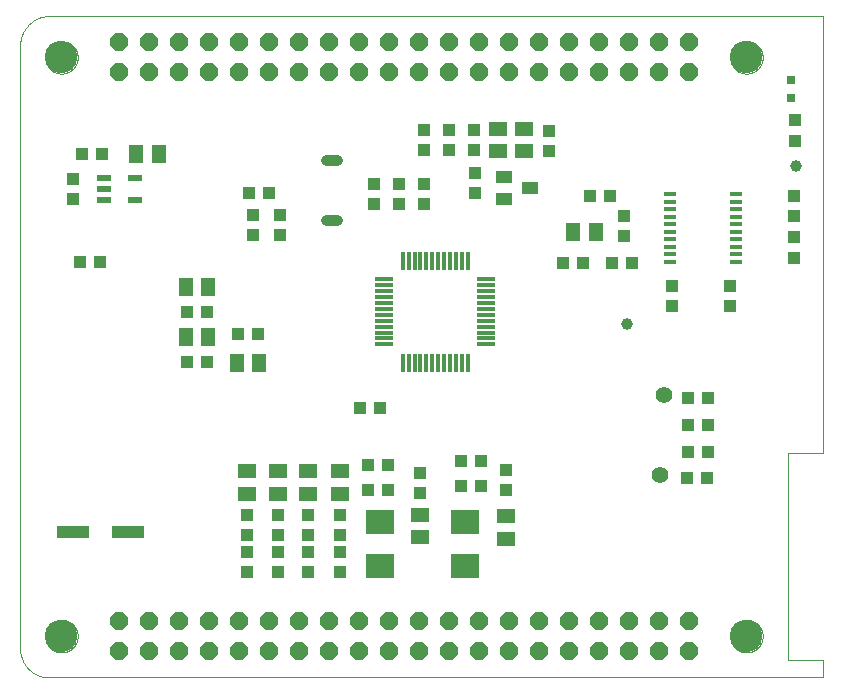
<source format=gts>
G75*
%MOIN*%
%OFA0B0*%
%FSLAX25Y25*%
%IPPOS*%
%LPD*%
%AMOC8*
5,1,8,0,0,1.08239X$1,22.5*
%
%ADD10C,0.00000*%
%ADD11C,0.10827*%
%ADD12R,0.05118X0.05906*%
%ADD13R,0.04331X0.03937*%
%ADD14R,0.03937X0.04331*%
%ADD15R,0.05906X0.05118*%
%ADD16R,0.01181X0.06299*%
%ADD17R,0.06299X0.01181*%
%ADD18R,0.05906X0.01378*%
%ADD19OC8,0.06000*%
%ADD20R,0.03150X0.03150*%
%ADD21C,0.03600*%
%ADD22R,0.05512X0.03937*%
%ADD23R,0.05000X0.02200*%
%ADD24R,0.09449X0.07874*%
%ADD25R,0.11024X0.03937*%
%ADD26R,0.03900X0.01200*%
%ADD27C,0.03937*%
%ADD28C,0.05512*%
D10*
X0008586Y0012587D02*
X0008586Y0213768D01*
X0008589Y0214006D01*
X0008597Y0214244D01*
X0008612Y0214481D01*
X0008632Y0214718D01*
X0008658Y0214954D01*
X0008689Y0215190D01*
X0008726Y0215425D01*
X0008769Y0215659D01*
X0008818Y0215892D01*
X0008872Y0216124D01*
X0008932Y0216354D01*
X0008997Y0216583D01*
X0009068Y0216810D01*
X0009144Y0217035D01*
X0009226Y0217258D01*
X0009313Y0217480D01*
X0009405Y0217699D01*
X0009503Y0217916D01*
X0009605Y0218130D01*
X0009713Y0218342D01*
X0009827Y0218552D01*
X0009945Y0218758D01*
X0010068Y0218962D01*
X0010196Y0219162D01*
X0010328Y0219359D01*
X0010466Y0219554D01*
X0010608Y0219744D01*
X0010755Y0219932D01*
X0010906Y0220115D01*
X0011061Y0220295D01*
X0011221Y0220471D01*
X0011385Y0220643D01*
X0011554Y0220812D01*
X0011726Y0220976D01*
X0011902Y0221136D01*
X0012082Y0221291D01*
X0012265Y0221442D01*
X0012453Y0221589D01*
X0012643Y0221731D01*
X0012838Y0221869D01*
X0013035Y0222001D01*
X0013235Y0222129D01*
X0013439Y0222252D01*
X0013645Y0222370D01*
X0013855Y0222484D01*
X0014067Y0222592D01*
X0014281Y0222694D01*
X0014498Y0222792D01*
X0014717Y0222884D01*
X0014939Y0222971D01*
X0015162Y0223053D01*
X0015387Y0223129D01*
X0015614Y0223200D01*
X0015843Y0223265D01*
X0016073Y0223325D01*
X0016305Y0223379D01*
X0016538Y0223428D01*
X0016772Y0223471D01*
X0017007Y0223508D01*
X0017243Y0223539D01*
X0017479Y0223565D01*
X0017716Y0223585D01*
X0017953Y0223600D01*
X0018191Y0223608D01*
X0018429Y0223611D01*
X0276303Y0223611D01*
X0276303Y0077942D01*
X0264492Y0077942D01*
X0264492Y0009044D01*
X0276303Y0009044D01*
X0276303Y0003138D01*
X0018429Y0003138D01*
X0018192Y0003136D01*
X0017955Y0003140D01*
X0017719Y0003150D01*
X0017482Y0003165D01*
X0017247Y0003186D01*
X0017011Y0003214D01*
X0016777Y0003246D01*
X0016543Y0003285D01*
X0016311Y0003329D01*
X0016079Y0003379D01*
X0015849Y0003435D01*
X0015620Y0003496D01*
X0015393Y0003563D01*
X0015168Y0003636D01*
X0014944Y0003714D01*
X0014723Y0003797D01*
X0014503Y0003886D01*
X0014286Y0003980D01*
X0014071Y0004079D01*
X0013859Y0004184D01*
X0013649Y0004294D01*
X0013442Y0004409D01*
X0013238Y0004529D01*
X0013037Y0004654D01*
X0012839Y0004784D01*
X0012644Y0004919D01*
X0012453Y0005059D01*
X0012265Y0005203D01*
X0012081Y0005351D01*
X0011900Y0005505D01*
X0011723Y0005662D01*
X0011550Y0005824D01*
X0011382Y0005990D01*
X0011217Y0006160D01*
X0011057Y0006334D01*
X0010900Y0006512D01*
X0010749Y0006694D01*
X0010602Y0006880D01*
X0010459Y0007069D01*
X0010321Y0007261D01*
X0010188Y0007457D01*
X0010060Y0007656D01*
X0009936Y0007858D01*
X0009818Y0008063D01*
X0009704Y0008271D01*
X0009596Y0008482D01*
X0009493Y0008695D01*
X0009396Y0008911D01*
X0009303Y0009129D01*
X0009216Y0009349D01*
X0009135Y0009571D01*
X0009059Y0009796D01*
X0008988Y0010022D01*
X0008923Y0010249D01*
X0008864Y0010478D01*
X0008810Y0010709D01*
X0008762Y0010941D01*
X0008719Y0011174D01*
X0008683Y0011408D01*
X0008652Y0011643D01*
X0008627Y0011878D01*
X0008607Y0012114D01*
X0008594Y0012350D01*
X0008586Y0012587D01*
X0016953Y0016918D02*
X0016955Y0017065D01*
X0016961Y0017211D01*
X0016971Y0017357D01*
X0016985Y0017503D01*
X0017003Y0017649D01*
X0017024Y0017794D01*
X0017050Y0017938D01*
X0017080Y0018082D01*
X0017113Y0018224D01*
X0017150Y0018366D01*
X0017191Y0018507D01*
X0017236Y0018646D01*
X0017285Y0018785D01*
X0017337Y0018922D01*
X0017394Y0019057D01*
X0017453Y0019191D01*
X0017517Y0019323D01*
X0017584Y0019453D01*
X0017654Y0019582D01*
X0017728Y0019709D01*
X0017805Y0019833D01*
X0017886Y0019956D01*
X0017970Y0020076D01*
X0018057Y0020194D01*
X0018147Y0020309D01*
X0018240Y0020422D01*
X0018337Y0020533D01*
X0018436Y0020641D01*
X0018538Y0020746D01*
X0018643Y0020848D01*
X0018751Y0020947D01*
X0018862Y0021044D01*
X0018975Y0021137D01*
X0019090Y0021227D01*
X0019208Y0021314D01*
X0019328Y0021398D01*
X0019451Y0021479D01*
X0019575Y0021556D01*
X0019702Y0021630D01*
X0019831Y0021700D01*
X0019961Y0021767D01*
X0020093Y0021831D01*
X0020227Y0021890D01*
X0020362Y0021947D01*
X0020499Y0021999D01*
X0020638Y0022048D01*
X0020777Y0022093D01*
X0020918Y0022134D01*
X0021060Y0022171D01*
X0021202Y0022204D01*
X0021346Y0022234D01*
X0021490Y0022260D01*
X0021635Y0022281D01*
X0021781Y0022299D01*
X0021927Y0022313D01*
X0022073Y0022323D01*
X0022219Y0022329D01*
X0022366Y0022331D01*
X0022513Y0022329D01*
X0022659Y0022323D01*
X0022805Y0022313D01*
X0022951Y0022299D01*
X0023097Y0022281D01*
X0023242Y0022260D01*
X0023386Y0022234D01*
X0023530Y0022204D01*
X0023672Y0022171D01*
X0023814Y0022134D01*
X0023955Y0022093D01*
X0024094Y0022048D01*
X0024233Y0021999D01*
X0024370Y0021947D01*
X0024505Y0021890D01*
X0024639Y0021831D01*
X0024771Y0021767D01*
X0024901Y0021700D01*
X0025030Y0021630D01*
X0025157Y0021556D01*
X0025281Y0021479D01*
X0025404Y0021398D01*
X0025524Y0021314D01*
X0025642Y0021227D01*
X0025757Y0021137D01*
X0025870Y0021044D01*
X0025981Y0020947D01*
X0026089Y0020848D01*
X0026194Y0020746D01*
X0026296Y0020641D01*
X0026395Y0020533D01*
X0026492Y0020422D01*
X0026585Y0020309D01*
X0026675Y0020194D01*
X0026762Y0020076D01*
X0026846Y0019956D01*
X0026927Y0019833D01*
X0027004Y0019709D01*
X0027078Y0019582D01*
X0027148Y0019453D01*
X0027215Y0019323D01*
X0027279Y0019191D01*
X0027338Y0019057D01*
X0027395Y0018922D01*
X0027447Y0018785D01*
X0027496Y0018646D01*
X0027541Y0018507D01*
X0027582Y0018366D01*
X0027619Y0018224D01*
X0027652Y0018082D01*
X0027682Y0017938D01*
X0027708Y0017794D01*
X0027729Y0017649D01*
X0027747Y0017503D01*
X0027761Y0017357D01*
X0027771Y0017211D01*
X0027777Y0017065D01*
X0027779Y0016918D01*
X0027777Y0016771D01*
X0027771Y0016625D01*
X0027761Y0016479D01*
X0027747Y0016333D01*
X0027729Y0016187D01*
X0027708Y0016042D01*
X0027682Y0015898D01*
X0027652Y0015754D01*
X0027619Y0015612D01*
X0027582Y0015470D01*
X0027541Y0015329D01*
X0027496Y0015190D01*
X0027447Y0015051D01*
X0027395Y0014914D01*
X0027338Y0014779D01*
X0027279Y0014645D01*
X0027215Y0014513D01*
X0027148Y0014383D01*
X0027078Y0014254D01*
X0027004Y0014127D01*
X0026927Y0014003D01*
X0026846Y0013880D01*
X0026762Y0013760D01*
X0026675Y0013642D01*
X0026585Y0013527D01*
X0026492Y0013414D01*
X0026395Y0013303D01*
X0026296Y0013195D01*
X0026194Y0013090D01*
X0026089Y0012988D01*
X0025981Y0012889D01*
X0025870Y0012792D01*
X0025757Y0012699D01*
X0025642Y0012609D01*
X0025524Y0012522D01*
X0025404Y0012438D01*
X0025281Y0012357D01*
X0025157Y0012280D01*
X0025030Y0012206D01*
X0024901Y0012136D01*
X0024771Y0012069D01*
X0024639Y0012005D01*
X0024505Y0011946D01*
X0024370Y0011889D01*
X0024233Y0011837D01*
X0024094Y0011788D01*
X0023955Y0011743D01*
X0023814Y0011702D01*
X0023672Y0011665D01*
X0023530Y0011632D01*
X0023386Y0011602D01*
X0023242Y0011576D01*
X0023097Y0011555D01*
X0022951Y0011537D01*
X0022805Y0011523D01*
X0022659Y0011513D01*
X0022513Y0011507D01*
X0022366Y0011505D01*
X0022219Y0011507D01*
X0022073Y0011513D01*
X0021927Y0011523D01*
X0021781Y0011537D01*
X0021635Y0011555D01*
X0021490Y0011576D01*
X0021346Y0011602D01*
X0021202Y0011632D01*
X0021060Y0011665D01*
X0020918Y0011702D01*
X0020777Y0011743D01*
X0020638Y0011788D01*
X0020499Y0011837D01*
X0020362Y0011889D01*
X0020227Y0011946D01*
X0020093Y0012005D01*
X0019961Y0012069D01*
X0019831Y0012136D01*
X0019702Y0012206D01*
X0019575Y0012280D01*
X0019451Y0012357D01*
X0019328Y0012438D01*
X0019208Y0012522D01*
X0019090Y0012609D01*
X0018975Y0012699D01*
X0018862Y0012792D01*
X0018751Y0012889D01*
X0018643Y0012988D01*
X0018538Y0013090D01*
X0018436Y0013195D01*
X0018337Y0013303D01*
X0018240Y0013414D01*
X0018147Y0013527D01*
X0018057Y0013642D01*
X0017970Y0013760D01*
X0017886Y0013880D01*
X0017805Y0014003D01*
X0017728Y0014127D01*
X0017654Y0014254D01*
X0017584Y0014383D01*
X0017517Y0014513D01*
X0017453Y0014645D01*
X0017394Y0014779D01*
X0017337Y0014914D01*
X0017285Y0015051D01*
X0017236Y0015190D01*
X0017191Y0015329D01*
X0017150Y0015470D01*
X0017113Y0015612D01*
X0017080Y0015754D01*
X0017050Y0015898D01*
X0017024Y0016042D01*
X0017003Y0016187D01*
X0016985Y0016333D01*
X0016971Y0016479D01*
X0016961Y0016625D01*
X0016955Y0016771D01*
X0016953Y0016918D01*
X0245299Y0016918D02*
X0245301Y0017065D01*
X0245307Y0017211D01*
X0245317Y0017357D01*
X0245331Y0017503D01*
X0245349Y0017649D01*
X0245370Y0017794D01*
X0245396Y0017938D01*
X0245426Y0018082D01*
X0245459Y0018224D01*
X0245496Y0018366D01*
X0245537Y0018507D01*
X0245582Y0018646D01*
X0245631Y0018785D01*
X0245683Y0018922D01*
X0245740Y0019057D01*
X0245799Y0019191D01*
X0245863Y0019323D01*
X0245930Y0019453D01*
X0246000Y0019582D01*
X0246074Y0019709D01*
X0246151Y0019833D01*
X0246232Y0019956D01*
X0246316Y0020076D01*
X0246403Y0020194D01*
X0246493Y0020309D01*
X0246586Y0020422D01*
X0246683Y0020533D01*
X0246782Y0020641D01*
X0246884Y0020746D01*
X0246989Y0020848D01*
X0247097Y0020947D01*
X0247208Y0021044D01*
X0247321Y0021137D01*
X0247436Y0021227D01*
X0247554Y0021314D01*
X0247674Y0021398D01*
X0247797Y0021479D01*
X0247921Y0021556D01*
X0248048Y0021630D01*
X0248177Y0021700D01*
X0248307Y0021767D01*
X0248439Y0021831D01*
X0248573Y0021890D01*
X0248708Y0021947D01*
X0248845Y0021999D01*
X0248984Y0022048D01*
X0249123Y0022093D01*
X0249264Y0022134D01*
X0249406Y0022171D01*
X0249548Y0022204D01*
X0249692Y0022234D01*
X0249836Y0022260D01*
X0249981Y0022281D01*
X0250127Y0022299D01*
X0250273Y0022313D01*
X0250419Y0022323D01*
X0250565Y0022329D01*
X0250712Y0022331D01*
X0250859Y0022329D01*
X0251005Y0022323D01*
X0251151Y0022313D01*
X0251297Y0022299D01*
X0251443Y0022281D01*
X0251588Y0022260D01*
X0251732Y0022234D01*
X0251876Y0022204D01*
X0252018Y0022171D01*
X0252160Y0022134D01*
X0252301Y0022093D01*
X0252440Y0022048D01*
X0252579Y0021999D01*
X0252716Y0021947D01*
X0252851Y0021890D01*
X0252985Y0021831D01*
X0253117Y0021767D01*
X0253247Y0021700D01*
X0253376Y0021630D01*
X0253503Y0021556D01*
X0253627Y0021479D01*
X0253750Y0021398D01*
X0253870Y0021314D01*
X0253988Y0021227D01*
X0254103Y0021137D01*
X0254216Y0021044D01*
X0254327Y0020947D01*
X0254435Y0020848D01*
X0254540Y0020746D01*
X0254642Y0020641D01*
X0254741Y0020533D01*
X0254838Y0020422D01*
X0254931Y0020309D01*
X0255021Y0020194D01*
X0255108Y0020076D01*
X0255192Y0019956D01*
X0255273Y0019833D01*
X0255350Y0019709D01*
X0255424Y0019582D01*
X0255494Y0019453D01*
X0255561Y0019323D01*
X0255625Y0019191D01*
X0255684Y0019057D01*
X0255741Y0018922D01*
X0255793Y0018785D01*
X0255842Y0018646D01*
X0255887Y0018507D01*
X0255928Y0018366D01*
X0255965Y0018224D01*
X0255998Y0018082D01*
X0256028Y0017938D01*
X0256054Y0017794D01*
X0256075Y0017649D01*
X0256093Y0017503D01*
X0256107Y0017357D01*
X0256117Y0017211D01*
X0256123Y0017065D01*
X0256125Y0016918D01*
X0256123Y0016771D01*
X0256117Y0016625D01*
X0256107Y0016479D01*
X0256093Y0016333D01*
X0256075Y0016187D01*
X0256054Y0016042D01*
X0256028Y0015898D01*
X0255998Y0015754D01*
X0255965Y0015612D01*
X0255928Y0015470D01*
X0255887Y0015329D01*
X0255842Y0015190D01*
X0255793Y0015051D01*
X0255741Y0014914D01*
X0255684Y0014779D01*
X0255625Y0014645D01*
X0255561Y0014513D01*
X0255494Y0014383D01*
X0255424Y0014254D01*
X0255350Y0014127D01*
X0255273Y0014003D01*
X0255192Y0013880D01*
X0255108Y0013760D01*
X0255021Y0013642D01*
X0254931Y0013527D01*
X0254838Y0013414D01*
X0254741Y0013303D01*
X0254642Y0013195D01*
X0254540Y0013090D01*
X0254435Y0012988D01*
X0254327Y0012889D01*
X0254216Y0012792D01*
X0254103Y0012699D01*
X0253988Y0012609D01*
X0253870Y0012522D01*
X0253750Y0012438D01*
X0253627Y0012357D01*
X0253503Y0012280D01*
X0253376Y0012206D01*
X0253247Y0012136D01*
X0253117Y0012069D01*
X0252985Y0012005D01*
X0252851Y0011946D01*
X0252716Y0011889D01*
X0252579Y0011837D01*
X0252440Y0011788D01*
X0252301Y0011743D01*
X0252160Y0011702D01*
X0252018Y0011665D01*
X0251876Y0011632D01*
X0251732Y0011602D01*
X0251588Y0011576D01*
X0251443Y0011555D01*
X0251297Y0011537D01*
X0251151Y0011523D01*
X0251005Y0011513D01*
X0250859Y0011507D01*
X0250712Y0011505D01*
X0250565Y0011507D01*
X0250419Y0011513D01*
X0250273Y0011523D01*
X0250127Y0011537D01*
X0249981Y0011555D01*
X0249836Y0011576D01*
X0249692Y0011602D01*
X0249548Y0011632D01*
X0249406Y0011665D01*
X0249264Y0011702D01*
X0249123Y0011743D01*
X0248984Y0011788D01*
X0248845Y0011837D01*
X0248708Y0011889D01*
X0248573Y0011946D01*
X0248439Y0012005D01*
X0248307Y0012069D01*
X0248177Y0012136D01*
X0248048Y0012206D01*
X0247921Y0012280D01*
X0247797Y0012357D01*
X0247674Y0012438D01*
X0247554Y0012522D01*
X0247436Y0012609D01*
X0247321Y0012699D01*
X0247208Y0012792D01*
X0247097Y0012889D01*
X0246989Y0012988D01*
X0246884Y0013090D01*
X0246782Y0013195D01*
X0246683Y0013303D01*
X0246586Y0013414D01*
X0246493Y0013527D01*
X0246403Y0013642D01*
X0246316Y0013760D01*
X0246232Y0013880D01*
X0246151Y0014003D01*
X0246074Y0014127D01*
X0246000Y0014254D01*
X0245930Y0014383D01*
X0245863Y0014513D01*
X0245799Y0014645D01*
X0245740Y0014779D01*
X0245683Y0014914D01*
X0245631Y0015051D01*
X0245582Y0015190D01*
X0245537Y0015329D01*
X0245496Y0015470D01*
X0245459Y0015612D01*
X0245426Y0015754D01*
X0245396Y0015898D01*
X0245370Y0016042D01*
X0245349Y0016187D01*
X0245331Y0016333D01*
X0245317Y0016479D01*
X0245307Y0016625D01*
X0245301Y0016771D01*
X0245299Y0016918D01*
X0245299Y0209831D02*
X0245301Y0209978D01*
X0245307Y0210124D01*
X0245317Y0210270D01*
X0245331Y0210416D01*
X0245349Y0210562D01*
X0245370Y0210707D01*
X0245396Y0210851D01*
X0245426Y0210995D01*
X0245459Y0211137D01*
X0245496Y0211279D01*
X0245537Y0211420D01*
X0245582Y0211559D01*
X0245631Y0211698D01*
X0245683Y0211835D01*
X0245740Y0211970D01*
X0245799Y0212104D01*
X0245863Y0212236D01*
X0245930Y0212366D01*
X0246000Y0212495D01*
X0246074Y0212622D01*
X0246151Y0212746D01*
X0246232Y0212869D01*
X0246316Y0212989D01*
X0246403Y0213107D01*
X0246493Y0213222D01*
X0246586Y0213335D01*
X0246683Y0213446D01*
X0246782Y0213554D01*
X0246884Y0213659D01*
X0246989Y0213761D01*
X0247097Y0213860D01*
X0247208Y0213957D01*
X0247321Y0214050D01*
X0247436Y0214140D01*
X0247554Y0214227D01*
X0247674Y0214311D01*
X0247797Y0214392D01*
X0247921Y0214469D01*
X0248048Y0214543D01*
X0248177Y0214613D01*
X0248307Y0214680D01*
X0248439Y0214744D01*
X0248573Y0214803D01*
X0248708Y0214860D01*
X0248845Y0214912D01*
X0248984Y0214961D01*
X0249123Y0215006D01*
X0249264Y0215047D01*
X0249406Y0215084D01*
X0249548Y0215117D01*
X0249692Y0215147D01*
X0249836Y0215173D01*
X0249981Y0215194D01*
X0250127Y0215212D01*
X0250273Y0215226D01*
X0250419Y0215236D01*
X0250565Y0215242D01*
X0250712Y0215244D01*
X0250859Y0215242D01*
X0251005Y0215236D01*
X0251151Y0215226D01*
X0251297Y0215212D01*
X0251443Y0215194D01*
X0251588Y0215173D01*
X0251732Y0215147D01*
X0251876Y0215117D01*
X0252018Y0215084D01*
X0252160Y0215047D01*
X0252301Y0215006D01*
X0252440Y0214961D01*
X0252579Y0214912D01*
X0252716Y0214860D01*
X0252851Y0214803D01*
X0252985Y0214744D01*
X0253117Y0214680D01*
X0253247Y0214613D01*
X0253376Y0214543D01*
X0253503Y0214469D01*
X0253627Y0214392D01*
X0253750Y0214311D01*
X0253870Y0214227D01*
X0253988Y0214140D01*
X0254103Y0214050D01*
X0254216Y0213957D01*
X0254327Y0213860D01*
X0254435Y0213761D01*
X0254540Y0213659D01*
X0254642Y0213554D01*
X0254741Y0213446D01*
X0254838Y0213335D01*
X0254931Y0213222D01*
X0255021Y0213107D01*
X0255108Y0212989D01*
X0255192Y0212869D01*
X0255273Y0212746D01*
X0255350Y0212622D01*
X0255424Y0212495D01*
X0255494Y0212366D01*
X0255561Y0212236D01*
X0255625Y0212104D01*
X0255684Y0211970D01*
X0255741Y0211835D01*
X0255793Y0211698D01*
X0255842Y0211559D01*
X0255887Y0211420D01*
X0255928Y0211279D01*
X0255965Y0211137D01*
X0255998Y0210995D01*
X0256028Y0210851D01*
X0256054Y0210707D01*
X0256075Y0210562D01*
X0256093Y0210416D01*
X0256107Y0210270D01*
X0256117Y0210124D01*
X0256123Y0209978D01*
X0256125Y0209831D01*
X0256123Y0209684D01*
X0256117Y0209538D01*
X0256107Y0209392D01*
X0256093Y0209246D01*
X0256075Y0209100D01*
X0256054Y0208955D01*
X0256028Y0208811D01*
X0255998Y0208667D01*
X0255965Y0208525D01*
X0255928Y0208383D01*
X0255887Y0208242D01*
X0255842Y0208103D01*
X0255793Y0207964D01*
X0255741Y0207827D01*
X0255684Y0207692D01*
X0255625Y0207558D01*
X0255561Y0207426D01*
X0255494Y0207296D01*
X0255424Y0207167D01*
X0255350Y0207040D01*
X0255273Y0206916D01*
X0255192Y0206793D01*
X0255108Y0206673D01*
X0255021Y0206555D01*
X0254931Y0206440D01*
X0254838Y0206327D01*
X0254741Y0206216D01*
X0254642Y0206108D01*
X0254540Y0206003D01*
X0254435Y0205901D01*
X0254327Y0205802D01*
X0254216Y0205705D01*
X0254103Y0205612D01*
X0253988Y0205522D01*
X0253870Y0205435D01*
X0253750Y0205351D01*
X0253627Y0205270D01*
X0253503Y0205193D01*
X0253376Y0205119D01*
X0253247Y0205049D01*
X0253117Y0204982D01*
X0252985Y0204918D01*
X0252851Y0204859D01*
X0252716Y0204802D01*
X0252579Y0204750D01*
X0252440Y0204701D01*
X0252301Y0204656D01*
X0252160Y0204615D01*
X0252018Y0204578D01*
X0251876Y0204545D01*
X0251732Y0204515D01*
X0251588Y0204489D01*
X0251443Y0204468D01*
X0251297Y0204450D01*
X0251151Y0204436D01*
X0251005Y0204426D01*
X0250859Y0204420D01*
X0250712Y0204418D01*
X0250565Y0204420D01*
X0250419Y0204426D01*
X0250273Y0204436D01*
X0250127Y0204450D01*
X0249981Y0204468D01*
X0249836Y0204489D01*
X0249692Y0204515D01*
X0249548Y0204545D01*
X0249406Y0204578D01*
X0249264Y0204615D01*
X0249123Y0204656D01*
X0248984Y0204701D01*
X0248845Y0204750D01*
X0248708Y0204802D01*
X0248573Y0204859D01*
X0248439Y0204918D01*
X0248307Y0204982D01*
X0248177Y0205049D01*
X0248048Y0205119D01*
X0247921Y0205193D01*
X0247797Y0205270D01*
X0247674Y0205351D01*
X0247554Y0205435D01*
X0247436Y0205522D01*
X0247321Y0205612D01*
X0247208Y0205705D01*
X0247097Y0205802D01*
X0246989Y0205901D01*
X0246884Y0206003D01*
X0246782Y0206108D01*
X0246683Y0206216D01*
X0246586Y0206327D01*
X0246493Y0206440D01*
X0246403Y0206555D01*
X0246316Y0206673D01*
X0246232Y0206793D01*
X0246151Y0206916D01*
X0246074Y0207040D01*
X0246000Y0207167D01*
X0245930Y0207296D01*
X0245863Y0207426D01*
X0245799Y0207558D01*
X0245740Y0207692D01*
X0245683Y0207827D01*
X0245631Y0207964D01*
X0245582Y0208103D01*
X0245537Y0208242D01*
X0245496Y0208383D01*
X0245459Y0208525D01*
X0245426Y0208667D01*
X0245396Y0208811D01*
X0245370Y0208955D01*
X0245349Y0209100D01*
X0245331Y0209246D01*
X0245317Y0209392D01*
X0245307Y0209538D01*
X0245301Y0209684D01*
X0245299Y0209831D01*
X0016953Y0209831D02*
X0016955Y0209978D01*
X0016961Y0210124D01*
X0016971Y0210270D01*
X0016985Y0210416D01*
X0017003Y0210562D01*
X0017024Y0210707D01*
X0017050Y0210851D01*
X0017080Y0210995D01*
X0017113Y0211137D01*
X0017150Y0211279D01*
X0017191Y0211420D01*
X0017236Y0211559D01*
X0017285Y0211698D01*
X0017337Y0211835D01*
X0017394Y0211970D01*
X0017453Y0212104D01*
X0017517Y0212236D01*
X0017584Y0212366D01*
X0017654Y0212495D01*
X0017728Y0212622D01*
X0017805Y0212746D01*
X0017886Y0212869D01*
X0017970Y0212989D01*
X0018057Y0213107D01*
X0018147Y0213222D01*
X0018240Y0213335D01*
X0018337Y0213446D01*
X0018436Y0213554D01*
X0018538Y0213659D01*
X0018643Y0213761D01*
X0018751Y0213860D01*
X0018862Y0213957D01*
X0018975Y0214050D01*
X0019090Y0214140D01*
X0019208Y0214227D01*
X0019328Y0214311D01*
X0019451Y0214392D01*
X0019575Y0214469D01*
X0019702Y0214543D01*
X0019831Y0214613D01*
X0019961Y0214680D01*
X0020093Y0214744D01*
X0020227Y0214803D01*
X0020362Y0214860D01*
X0020499Y0214912D01*
X0020638Y0214961D01*
X0020777Y0215006D01*
X0020918Y0215047D01*
X0021060Y0215084D01*
X0021202Y0215117D01*
X0021346Y0215147D01*
X0021490Y0215173D01*
X0021635Y0215194D01*
X0021781Y0215212D01*
X0021927Y0215226D01*
X0022073Y0215236D01*
X0022219Y0215242D01*
X0022366Y0215244D01*
X0022513Y0215242D01*
X0022659Y0215236D01*
X0022805Y0215226D01*
X0022951Y0215212D01*
X0023097Y0215194D01*
X0023242Y0215173D01*
X0023386Y0215147D01*
X0023530Y0215117D01*
X0023672Y0215084D01*
X0023814Y0215047D01*
X0023955Y0215006D01*
X0024094Y0214961D01*
X0024233Y0214912D01*
X0024370Y0214860D01*
X0024505Y0214803D01*
X0024639Y0214744D01*
X0024771Y0214680D01*
X0024901Y0214613D01*
X0025030Y0214543D01*
X0025157Y0214469D01*
X0025281Y0214392D01*
X0025404Y0214311D01*
X0025524Y0214227D01*
X0025642Y0214140D01*
X0025757Y0214050D01*
X0025870Y0213957D01*
X0025981Y0213860D01*
X0026089Y0213761D01*
X0026194Y0213659D01*
X0026296Y0213554D01*
X0026395Y0213446D01*
X0026492Y0213335D01*
X0026585Y0213222D01*
X0026675Y0213107D01*
X0026762Y0212989D01*
X0026846Y0212869D01*
X0026927Y0212746D01*
X0027004Y0212622D01*
X0027078Y0212495D01*
X0027148Y0212366D01*
X0027215Y0212236D01*
X0027279Y0212104D01*
X0027338Y0211970D01*
X0027395Y0211835D01*
X0027447Y0211698D01*
X0027496Y0211559D01*
X0027541Y0211420D01*
X0027582Y0211279D01*
X0027619Y0211137D01*
X0027652Y0210995D01*
X0027682Y0210851D01*
X0027708Y0210707D01*
X0027729Y0210562D01*
X0027747Y0210416D01*
X0027761Y0210270D01*
X0027771Y0210124D01*
X0027777Y0209978D01*
X0027779Y0209831D01*
X0027777Y0209684D01*
X0027771Y0209538D01*
X0027761Y0209392D01*
X0027747Y0209246D01*
X0027729Y0209100D01*
X0027708Y0208955D01*
X0027682Y0208811D01*
X0027652Y0208667D01*
X0027619Y0208525D01*
X0027582Y0208383D01*
X0027541Y0208242D01*
X0027496Y0208103D01*
X0027447Y0207964D01*
X0027395Y0207827D01*
X0027338Y0207692D01*
X0027279Y0207558D01*
X0027215Y0207426D01*
X0027148Y0207296D01*
X0027078Y0207167D01*
X0027004Y0207040D01*
X0026927Y0206916D01*
X0026846Y0206793D01*
X0026762Y0206673D01*
X0026675Y0206555D01*
X0026585Y0206440D01*
X0026492Y0206327D01*
X0026395Y0206216D01*
X0026296Y0206108D01*
X0026194Y0206003D01*
X0026089Y0205901D01*
X0025981Y0205802D01*
X0025870Y0205705D01*
X0025757Y0205612D01*
X0025642Y0205522D01*
X0025524Y0205435D01*
X0025404Y0205351D01*
X0025281Y0205270D01*
X0025157Y0205193D01*
X0025030Y0205119D01*
X0024901Y0205049D01*
X0024771Y0204982D01*
X0024639Y0204918D01*
X0024505Y0204859D01*
X0024370Y0204802D01*
X0024233Y0204750D01*
X0024094Y0204701D01*
X0023955Y0204656D01*
X0023814Y0204615D01*
X0023672Y0204578D01*
X0023530Y0204545D01*
X0023386Y0204515D01*
X0023242Y0204489D01*
X0023097Y0204468D01*
X0022951Y0204450D01*
X0022805Y0204436D01*
X0022659Y0204426D01*
X0022513Y0204420D01*
X0022366Y0204418D01*
X0022219Y0204420D01*
X0022073Y0204426D01*
X0021927Y0204436D01*
X0021781Y0204450D01*
X0021635Y0204468D01*
X0021490Y0204489D01*
X0021346Y0204515D01*
X0021202Y0204545D01*
X0021060Y0204578D01*
X0020918Y0204615D01*
X0020777Y0204656D01*
X0020638Y0204701D01*
X0020499Y0204750D01*
X0020362Y0204802D01*
X0020227Y0204859D01*
X0020093Y0204918D01*
X0019961Y0204982D01*
X0019831Y0205049D01*
X0019702Y0205119D01*
X0019575Y0205193D01*
X0019451Y0205270D01*
X0019328Y0205351D01*
X0019208Y0205435D01*
X0019090Y0205522D01*
X0018975Y0205612D01*
X0018862Y0205705D01*
X0018751Y0205802D01*
X0018643Y0205901D01*
X0018538Y0206003D01*
X0018436Y0206108D01*
X0018337Y0206216D01*
X0018240Y0206327D01*
X0018147Y0206440D01*
X0018057Y0206555D01*
X0017970Y0206673D01*
X0017886Y0206793D01*
X0017805Y0206916D01*
X0017728Y0207040D01*
X0017654Y0207167D01*
X0017584Y0207296D01*
X0017517Y0207426D01*
X0017453Y0207558D01*
X0017394Y0207692D01*
X0017337Y0207827D01*
X0017285Y0207964D01*
X0017236Y0208103D01*
X0017191Y0208242D01*
X0017150Y0208383D01*
X0017113Y0208525D01*
X0017080Y0208667D01*
X0017050Y0208811D01*
X0017024Y0208955D01*
X0017003Y0209100D01*
X0016985Y0209246D01*
X0016971Y0209392D01*
X0016961Y0209538D01*
X0016955Y0209684D01*
X0016953Y0209831D01*
D11*
X0022366Y0209831D03*
X0250712Y0209831D03*
X0250712Y0016918D03*
X0022366Y0016918D03*
D12*
X0080830Y0107863D03*
X0088311Y0107863D03*
X0071382Y0116524D03*
X0063901Y0116524D03*
X0063901Y0133453D03*
X0071382Y0133453D03*
X0054846Y0177548D03*
X0047366Y0177548D03*
X0193035Y0151564D03*
X0200515Y0151564D03*
D13*
X0196185Y0141327D03*
X0189492Y0141327D03*
X0206027Y0141327D03*
X0212720Y0141327D03*
X0225909Y0133650D03*
X0225909Y0126957D03*
X0231224Y0096446D03*
X0237917Y0096446D03*
X0237523Y0069674D03*
X0230830Y0069674D03*
X0170397Y0072233D03*
X0170397Y0065540D03*
X0162326Y0075186D03*
X0155634Y0075186D03*
X0142051Y0071446D03*
X0142051Y0064753D03*
X0131224Y0065737D03*
X0124531Y0065737D03*
X0115279Y0057272D03*
X0115279Y0050579D03*
X0104649Y0050579D03*
X0104649Y0057272D03*
X0094413Y0057272D03*
X0094413Y0050579D03*
X0084177Y0050579D03*
X0084177Y0057272D03*
X0070988Y0108257D03*
X0064295Y0108257D03*
X0081224Y0117705D03*
X0087917Y0117705D03*
X0070988Y0124792D03*
X0064295Y0124792D03*
X0026145Y0162587D03*
X0026145Y0169280D03*
X0029256Y0177548D03*
X0035948Y0177548D03*
X0143232Y0178926D03*
X0143232Y0185619D03*
X0151500Y0185619D03*
X0151500Y0178926D03*
X0160161Y0171446D03*
X0160161Y0164753D03*
X0143232Y0167509D03*
X0143232Y0160816D03*
X0267011Y0182115D03*
X0267011Y0188808D03*
D14*
X0266460Y0163572D03*
X0266460Y0156879D03*
X0266460Y0149792D03*
X0266460Y0143099D03*
X0245200Y0133650D03*
X0245200Y0126957D03*
X0209767Y0150186D03*
X0209767Y0156879D03*
X0205240Y0163768D03*
X0198547Y0163768D03*
X0184964Y0178532D03*
X0184964Y0185225D03*
X0159767Y0185619D03*
X0159767Y0178926D03*
X0134964Y0167509D03*
X0134964Y0160816D03*
X0126697Y0160816D03*
X0126697Y0167509D03*
X0095200Y0157272D03*
X0095200Y0150579D03*
X0086145Y0150579D03*
X0086145Y0157272D03*
X0084767Y0164556D03*
X0091460Y0164556D03*
X0035161Y0141721D03*
X0028468Y0141721D03*
X0121736Y0093060D03*
X0128429Y0093060D03*
X0131224Y0074005D03*
X0124531Y0074005D03*
X0155634Y0066918D03*
X0162326Y0066918D03*
X0115279Y0045068D03*
X0115279Y0038375D03*
X0104649Y0038375D03*
X0104649Y0045068D03*
X0094413Y0045068D03*
X0094413Y0038375D03*
X0084177Y0038375D03*
X0084177Y0045068D03*
X0231224Y0078335D03*
X0237917Y0078335D03*
X0237917Y0087390D03*
X0231224Y0087390D03*
D15*
X0170397Y0056879D03*
X0170397Y0049398D03*
X0142051Y0049792D03*
X0142051Y0057272D03*
X0115279Y0064359D03*
X0115279Y0071839D03*
X0104649Y0071839D03*
X0104649Y0064359D03*
X0094413Y0064359D03*
X0094413Y0071839D03*
X0084177Y0071839D03*
X0084177Y0064359D03*
X0168035Y0178532D03*
X0168035Y0186012D03*
X0176697Y0186012D03*
X0176697Y0178532D03*
D16*
X0157799Y0141918D03*
X0155830Y0141918D03*
X0153862Y0141918D03*
X0151893Y0141918D03*
X0149925Y0141918D03*
X0147956Y0141918D03*
X0145988Y0141918D03*
X0144019Y0141918D03*
X0142051Y0141918D03*
X0140082Y0141918D03*
X0138114Y0141918D03*
X0136145Y0141918D03*
X0136145Y0108060D03*
X0138114Y0108060D03*
X0140082Y0108060D03*
X0142051Y0108060D03*
X0144019Y0108060D03*
X0145988Y0108060D03*
X0147956Y0108060D03*
X0149925Y0108060D03*
X0151893Y0108060D03*
X0153862Y0108060D03*
X0155830Y0108060D03*
X0157799Y0108060D03*
D17*
X0163901Y0114162D03*
X0163901Y0116131D03*
X0163901Y0118099D03*
X0163901Y0120068D03*
X0163901Y0122036D03*
X0163901Y0124005D03*
X0163901Y0125973D03*
X0163901Y0127942D03*
X0163901Y0129910D03*
X0163901Y0131879D03*
X0163901Y0133847D03*
X0163901Y0135816D03*
X0130043Y0135816D03*
X0130043Y0133847D03*
X0130043Y0131879D03*
X0130043Y0129910D03*
X0130043Y0125973D03*
X0130043Y0124005D03*
X0130043Y0122036D03*
X0130043Y0120068D03*
X0130043Y0118099D03*
X0130043Y0116131D03*
X0130043Y0114162D03*
D18*
X0130043Y0127942D03*
D19*
X0131539Y0204831D03*
X0141539Y0204831D03*
X0151539Y0204831D03*
X0161539Y0204831D03*
X0171539Y0204831D03*
X0181539Y0204831D03*
X0191539Y0204831D03*
X0201539Y0204831D03*
X0211539Y0204831D03*
X0221539Y0204831D03*
X0231539Y0204831D03*
X0231539Y0214831D03*
X0221539Y0214831D03*
X0211539Y0214831D03*
X0201539Y0214831D03*
X0191539Y0214831D03*
X0181539Y0214831D03*
X0171539Y0214831D03*
X0161539Y0214831D03*
X0151539Y0214831D03*
X0141539Y0214831D03*
X0131539Y0214831D03*
X0121539Y0214831D03*
X0111539Y0214831D03*
X0111539Y0204831D03*
X0121539Y0204831D03*
X0101539Y0204831D03*
X0091539Y0204831D03*
X0081539Y0204831D03*
X0071539Y0204831D03*
X0061539Y0204831D03*
X0051539Y0204831D03*
X0041539Y0204831D03*
X0041539Y0214831D03*
X0051539Y0214831D03*
X0061539Y0214831D03*
X0071539Y0214831D03*
X0081539Y0214831D03*
X0091539Y0214831D03*
X0101539Y0214831D03*
X0101539Y0021918D03*
X0091539Y0021918D03*
X0081539Y0021918D03*
X0071539Y0021918D03*
X0061539Y0021918D03*
X0051539Y0021918D03*
X0041539Y0021918D03*
X0041539Y0011918D03*
X0051539Y0011918D03*
X0061539Y0011918D03*
X0071539Y0011918D03*
X0081539Y0011918D03*
X0091539Y0011918D03*
X0101539Y0011918D03*
X0111539Y0011918D03*
X0121539Y0011918D03*
X0121539Y0021918D03*
X0111539Y0021918D03*
X0131539Y0021918D03*
X0141539Y0021918D03*
X0141539Y0011918D03*
X0131539Y0011918D03*
X0151539Y0011918D03*
X0161539Y0011918D03*
X0171539Y0011918D03*
X0171539Y0021918D03*
X0161539Y0021918D03*
X0151539Y0021918D03*
X0181539Y0021918D03*
X0191539Y0021918D03*
X0191539Y0011918D03*
X0181539Y0011918D03*
X0201539Y0011918D03*
X0211539Y0011918D03*
X0211539Y0021918D03*
X0201539Y0021918D03*
X0221539Y0021918D03*
X0231539Y0021918D03*
X0231539Y0011918D03*
X0221539Y0011918D03*
D20*
X0265673Y0196249D03*
X0265673Y0202154D03*
D21*
X0114205Y0175619D02*
X0110605Y0175619D01*
X0110605Y0155619D02*
X0114205Y0155619D01*
D22*
X0169925Y0162509D03*
X0169925Y0169989D03*
X0178586Y0166249D03*
D23*
X0046836Y0169673D03*
X0046836Y0162273D03*
X0036636Y0162273D03*
X0036636Y0165973D03*
X0036636Y0169673D03*
D24*
X0128665Y0055107D03*
X0128665Y0040146D03*
X0157011Y0040146D03*
X0157011Y0055107D03*
D25*
X0044610Y0051564D03*
X0026106Y0051564D03*
D26*
X0225288Y0141672D03*
X0225288Y0144172D03*
X0225288Y0146672D03*
X0225288Y0149172D03*
X0225288Y0151672D03*
X0225288Y0154172D03*
X0225288Y0156672D03*
X0225288Y0159172D03*
X0225288Y0161672D03*
X0225288Y0164172D03*
X0247082Y0164172D03*
X0247082Y0161672D03*
X0247082Y0159172D03*
X0247082Y0156672D03*
X0247082Y0154172D03*
X0247082Y0151672D03*
X0247082Y0149172D03*
X0247082Y0146672D03*
X0247082Y0144172D03*
X0247082Y0141672D03*
D27*
X0210948Y0120855D03*
X0267248Y0173611D03*
D28*
X0223153Y0097233D03*
X0221972Y0070461D03*
M02*

</source>
